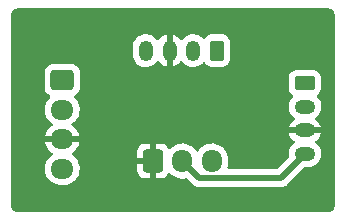
<source format=gbr>
G04 #@! TF.GenerationSoftware,KiCad,Pcbnew,7.0.1*
G04 #@! TF.CreationDate,2023-08-14T23:40:13-05:00*
G04 #@! TF.ProjectId,ButtonToActionChallenge,42757474-6f6e-4546-9f41-6374696f6e43,rev?*
G04 #@! TF.SameCoordinates,Original*
G04 #@! TF.FileFunction,Copper,L2,Bot*
G04 #@! TF.FilePolarity,Positive*
%FSLAX46Y46*%
G04 Gerber Fmt 4.6, Leading zero omitted, Abs format (unit mm)*
G04 Created by KiCad (PCBNEW 7.0.1) date 2023-08-14 23:40:13*
%MOMM*%
%LPD*%
G01*
G04 APERTURE LIST*
G04 Aperture macros list*
%AMRoundRect*
0 Rectangle with rounded corners*
0 $1 Rounding radius*
0 $2 $3 $4 $5 $6 $7 $8 $9 X,Y pos of 4 corners*
0 Add a 4 corners polygon primitive as box body*
4,1,4,$2,$3,$4,$5,$6,$7,$8,$9,$2,$3,0*
0 Add four circle primitives for the rounded corners*
1,1,$1+$1,$2,$3*
1,1,$1+$1,$4,$5*
1,1,$1+$1,$6,$7*
1,1,$1+$1,$8,$9*
0 Add four rect primitives between the rounded corners*
20,1,$1+$1,$2,$3,$4,$5,0*
20,1,$1+$1,$4,$5,$6,$7,0*
20,1,$1+$1,$6,$7,$8,$9,0*
20,1,$1+$1,$8,$9,$2,$3,0*%
G04 Aperture macros list end*
G04 #@! TA.AperFunction,ComponentPad*
%ADD10RoundRect,0.250000X0.350000X0.625000X-0.350000X0.625000X-0.350000X-0.625000X0.350000X-0.625000X0*%
G04 #@! TD*
G04 #@! TA.AperFunction,ComponentPad*
%ADD11O,1.200000X1.750000*%
G04 #@! TD*
G04 #@! TA.AperFunction,ComponentPad*
%ADD12RoundRect,0.250000X-0.600000X-0.725000X0.600000X-0.725000X0.600000X0.725000X-0.600000X0.725000X0*%
G04 #@! TD*
G04 #@! TA.AperFunction,ComponentPad*
%ADD13O,1.700000X1.950000*%
G04 #@! TD*
G04 #@! TA.AperFunction,ComponentPad*
%ADD14RoundRect,0.250000X-0.725000X0.600000X-0.725000X-0.600000X0.725000X-0.600000X0.725000X0.600000X0*%
G04 #@! TD*
G04 #@! TA.AperFunction,ComponentPad*
%ADD15O,1.950000X1.700000*%
G04 #@! TD*
G04 #@! TA.AperFunction,ComponentPad*
%ADD16RoundRect,0.250000X-0.625000X0.350000X-0.625000X-0.350000X0.625000X-0.350000X0.625000X0.350000X0*%
G04 #@! TD*
G04 #@! TA.AperFunction,ComponentPad*
%ADD17O,1.750000X1.200000*%
G04 #@! TD*
G04 #@! TA.AperFunction,ViaPad*
%ADD18C,0.800000*%
G04 #@! TD*
G04 #@! TA.AperFunction,Conductor*
%ADD19C,0.508000*%
G04 #@! TD*
G04 APERTURE END LIST*
D10*
X152812000Y-68622000D03*
D11*
X150812000Y-68622000D03*
X148812000Y-68622000D03*
X146812000Y-68622000D03*
D12*
X147400000Y-77978000D03*
D13*
X149900000Y-77978000D03*
X152400000Y-77978000D03*
D14*
X139717000Y-71120000D03*
D15*
X139717000Y-73620000D03*
X139717000Y-76120000D03*
X139717000Y-78620000D03*
D16*
X160274000Y-71374000D03*
D17*
X160274000Y-73374000D03*
X160274000Y-75374000D03*
X160274000Y-77374000D03*
D18*
X142494000Y-75438000D03*
X156800000Y-81500000D03*
X148844000Y-72898000D03*
X143400000Y-68800000D03*
X156500000Y-77000000D03*
X143400000Y-80100000D03*
X159200000Y-67600000D03*
X148800000Y-80200000D03*
D19*
X149900000Y-77978000D02*
X151329000Y-79407000D01*
X158241000Y-79407000D02*
X160274000Y-77374000D01*
X151329000Y-79407000D02*
X158241000Y-79407000D01*
G04 #@! TA.AperFunction,Conductor*
G36*
X162314058Y-65050561D02*
G01*
X162328353Y-65052442D01*
X162414697Y-65063810D01*
X162445954Y-65072184D01*
X162532170Y-65107896D01*
X162560200Y-65124080D01*
X162634229Y-65180884D01*
X162657115Y-65203770D01*
X162689799Y-65246365D01*
X162713919Y-65277799D01*
X162730103Y-65305830D01*
X162765813Y-65392040D01*
X162774190Y-65423306D01*
X162787439Y-65523941D01*
X162788500Y-65540126D01*
X162788500Y-81779874D01*
X162787439Y-81796060D01*
X162774190Y-81896694D01*
X162765812Y-81927962D01*
X162730103Y-82014169D01*
X162713919Y-82042200D01*
X162657118Y-82116226D01*
X162634226Y-82139118D01*
X162560200Y-82195919D01*
X162532169Y-82212103D01*
X162445962Y-82247812D01*
X162414694Y-82256189D01*
X162314057Y-82269439D01*
X162297874Y-82270500D01*
X135898126Y-82270500D01*
X135881941Y-82269439D01*
X135781306Y-82256190D01*
X135750040Y-82247813D01*
X135695507Y-82225224D01*
X135663830Y-82212103D01*
X135635799Y-82195919D01*
X135598930Y-82167629D01*
X135561770Y-82139115D01*
X135538884Y-82116229D01*
X135482080Y-82042200D01*
X135465896Y-82014169D01*
X135430184Y-81927954D01*
X135421810Y-81896694D01*
X135408561Y-81796058D01*
X135407500Y-81779874D01*
X135407500Y-78562137D01*
X138229816Y-78562137D01*
X138239630Y-78793175D01*
X138288351Y-79019240D01*
X138332198Y-79128357D01*
X138374574Y-79233813D01*
X138457255Y-79368095D01*
X138495822Y-79430731D01*
X138648600Y-79604322D01*
X138828524Y-79749600D01*
X139030408Y-79862380D01*
X139248452Y-79939420D01*
X139476372Y-79978500D01*
X139476375Y-79978500D01*
X139899713Y-79978500D01*
X139899716Y-79978500D01*
X139973729Y-79972200D01*
X140072418Y-79963801D01*
X140296207Y-79905530D01*
X140506929Y-79810278D01*
X140698523Y-79680783D01*
X140865476Y-79520772D01*
X141002985Y-79334847D01*
X141107095Y-79128357D01*
X141174811Y-78907243D01*
X141204184Y-78677865D01*
X141194369Y-78446822D01*
X141147209Y-78228000D01*
X146050001Y-78228000D01*
X146050001Y-78752979D01*
X146060493Y-78855695D01*
X146115642Y-79022122D01*
X146207683Y-79171345D01*
X146331654Y-79295316D01*
X146480877Y-79387357D01*
X146647303Y-79442506D01*
X146750021Y-79453000D01*
X147150000Y-79453000D01*
X147150000Y-79452999D01*
X147650000Y-79452999D01*
X148049979Y-79452999D01*
X148152695Y-79442506D01*
X148319122Y-79387357D01*
X148468345Y-79295316D01*
X148592316Y-79171345D01*
X148684338Y-79022153D01*
X148723807Y-78982317D01*
X148776789Y-78963942D01*
X148832448Y-78970786D01*
X148879399Y-79001448D01*
X148999228Y-79126476D01*
X149185153Y-79263985D01*
X149391643Y-79368095D01*
X149612757Y-79435811D01*
X149842135Y-79465184D01*
X150073178Y-79455369D01*
X150192950Y-79429555D01*
X150254122Y-79431829D01*
X150306753Y-79463090D01*
X150593262Y-79749600D01*
X150744161Y-79900499D01*
X150755943Y-79914132D01*
X150770601Y-79933822D01*
X150809226Y-79966231D01*
X150817202Y-79973540D01*
X150821235Y-79977573D01*
X150828416Y-79983251D01*
X150845972Y-79997133D01*
X150848740Y-79999387D01*
X150907147Y-80048396D01*
X150908016Y-80049125D01*
X150924962Y-80059920D01*
X150925979Y-80060394D01*
X150925980Y-80060395D01*
X150995094Y-80092623D01*
X150998306Y-80094178D01*
X151066434Y-80128394D01*
X151066436Y-80128394D01*
X151067439Y-80128898D01*
X151086422Y-80135497D01*
X151087525Y-80135724D01*
X151087526Y-80135725D01*
X151162146Y-80151132D01*
X151165659Y-80151910D01*
X151179967Y-80155301D01*
X151239877Y-80169500D01*
X151239878Y-80169500D01*
X151240971Y-80169759D01*
X151260961Y-80171801D01*
X151262087Y-80171768D01*
X151262091Y-80171769D01*
X151338289Y-80169551D01*
X151341894Y-80169500D01*
X158176418Y-80169500D01*
X158194388Y-80170809D01*
X158198082Y-80171350D01*
X158218672Y-80174366D01*
X158268895Y-80169972D01*
X158279703Y-80169500D01*
X158285412Y-80169500D01*
X158316752Y-80165836D01*
X158320280Y-80165476D01*
X158396240Y-80158831D01*
X158396243Y-80158829D01*
X158397363Y-80158732D01*
X158416984Y-80154382D01*
X158418037Y-80153998D01*
X158418042Y-80153998D01*
X158489757Y-80127895D01*
X158492991Y-80126771D01*
X158565440Y-80102765D01*
X158565447Y-80102760D01*
X158566514Y-80102407D01*
X158584598Y-80093653D01*
X158591848Y-80088884D01*
X158649274Y-80051113D01*
X158652254Y-80049215D01*
X158717149Y-80009188D01*
X158717148Y-80009188D01*
X158718106Y-80008598D01*
X158733687Y-79995905D01*
X158734458Y-79995087D01*
X158734462Y-79995085D01*
X158786820Y-79939587D01*
X158789265Y-79937070D01*
X160207518Y-78518819D01*
X160247747Y-78491939D01*
X160295200Y-78482500D01*
X160601798Y-78482500D01*
X160601803Y-78482500D01*
X160759739Y-78467419D01*
X160962862Y-78407777D01*
X161151026Y-78310771D01*
X161317432Y-78179908D01*
X161456065Y-78019918D01*
X161561913Y-77836582D01*
X161631153Y-77636527D01*
X161661281Y-77426984D01*
X161651208Y-77215526D01*
X161601298Y-77009796D01*
X161513356Y-76817229D01*
X161513355Y-76817228D01*
X161513354Y-76817225D01*
X161390560Y-76644787D01*
X161390559Y-76644785D01*
X161237346Y-76498697D01*
X161197266Y-76472939D01*
X161156919Y-76430624D01*
X161140446Y-76374524D01*
X161151512Y-76317112D01*
X161187654Y-76271153D01*
X161311540Y-76173727D01*
X161449111Y-76014963D01*
X161554146Y-75833036D01*
X161622856Y-75634511D01*
X161624368Y-75624000D01*
X158927742Y-75624000D01*
X158954770Y-75735410D01*
X159042039Y-75926505D01*
X159163892Y-76097621D01*
X159315931Y-76242591D01*
X159350236Y-76264637D01*
X159390584Y-76306952D01*
X159407057Y-76363052D01*
X159395992Y-76420464D01*
X159359849Y-76466423D01*
X159230569Y-76568090D01*
X159091932Y-76728085D01*
X158986088Y-76911414D01*
X158916846Y-77111473D01*
X158886719Y-77321014D01*
X158896792Y-77532477D01*
X158907784Y-77577787D01*
X158906663Y-77640536D01*
X158874960Y-77694700D01*
X157961481Y-78608181D01*
X157921253Y-78635061D01*
X157873800Y-78644500D01*
X153824803Y-78644500D01*
X153767806Y-78630624D01*
X153723565Y-78592102D01*
X153701981Y-78537554D01*
X153707885Y-78479192D01*
X153719419Y-78446550D01*
X153738817Y-78333418D01*
X153758500Y-78218628D01*
X153758500Y-77795284D01*
X153744988Y-77636526D01*
X153743801Y-77622582D01*
X153685530Y-77398793D01*
X153590278Y-77188071D01*
X153460783Y-76996477D01*
X153300772Y-76829524D01*
X153257575Y-76797576D01*
X153114847Y-76692015D01*
X152908357Y-76587905D01*
X152687243Y-76520189D01*
X152687242Y-76520188D01*
X152457865Y-76490816D01*
X152457862Y-76490816D01*
X152226824Y-76500630D01*
X152000759Y-76549351D01*
X151786190Y-76635572D01*
X151589268Y-76756822D01*
X151415677Y-76909600D01*
X151270397Y-77089527D01*
X151256966Y-77113569D01*
X151213726Y-77158683D01*
X151153975Y-77176980D01*
X151092888Y-77163814D01*
X151045979Y-77122529D01*
X151038506Y-77111473D01*
X150960783Y-76996477D01*
X150800772Y-76829524D01*
X150757575Y-76797576D01*
X150614847Y-76692015D01*
X150408357Y-76587905D01*
X150187243Y-76520189D01*
X150187242Y-76520188D01*
X149957865Y-76490816D01*
X149957862Y-76490816D01*
X149726824Y-76500630D01*
X149500759Y-76549351D01*
X149286190Y-76635572D01*
X149089268Y-76756822D01*
X148915673Y-76909603D01*
X148886097Y-76946234D01*
X148839517Y-76981853D01*
X148781778Y-76992087D01*
X148725793Y-76974646D01*
X148684082Y-76933431D01*
X148592316Y-76784654D01*
X148468345Y-76660683D01*
X148319122Y-76568642D01*
X148152696Y-76513493D01*
X148049979Y-76503000D01*
X147650000Y-76503000D01*
X147650000Y-79452999D01*
X147150000Y-79452999D01*
X147150000Y-78228000D01*
X146050001Y-78228000D01*
X141147209Y-78228000D01*
X141145649Y-78220762D01*
X141144791Y-78218628D01*
X141101801Y-78111642D01*
X141059426Y-78006187D01*
X140938179Y-77809270D01*
X140866653Y-77728000D01*
X146050000Y-77728000D01*
X147150000Y-77728000D01*
X147150000Y-76503001D01*
X146750021Y-76503001D01*
X146647304Y-76513493D01*
X146480877Y-76568642D01*
X146331654Y-76660683D01*
X146207683Y-76784654D01*
X146115642Y-76933877D01*
X146060493Y-77100303D01*
X146050000Y-77203021D01*
X146050000Y-77728000D01*
X140866653Y-77728000D01*
X140785398Y-77635676D01*
X140740417Y-77599357D01*
X140605473Y-77490397D01*
X140573969Y-77472798D01*
X140529123Y-77429994D01*
X140510603Y-77370830D01*
X140523039Y-77310095D01*
X140563321Y-77262970D01*
X140713078Y-77158109D01*
X140880106Y-76991081D01*
X141015600Y-76797576D01*
X141115430Y-76583492D01*
X141172636Y-76370000D01*
X138261364Y-76370000D01*
X138318569Y-76583492D01*
X138418400Y-76797578D01*
X138553890Y-76991078D01*
X138720918Y-77158106D01*
X138871911Y-77263833D01*
X138911012Y-77308606D01*
X138924783Y-77366431D01*
X138910059Y-77424022D01*
X138870224Y-77468143D01*
X138735477Y-77559216D01*
X138568523Y-77719228D01*
X138431015Y-77905152D01*
X138326905Y-78111642D01*
X138259189Y-78332756D01*
X138229816Y-78562137D01*
X135407500Y-78562137D01*
X135407500Y-73562137D01*
X138229816Y-73562137D01*
X138239630Y-73793175D01*
X138288351Y-74019240D01*
X138332198Y-74128357D01*
X138374574Y-74233813D01*
X138495821Y-74430730D01*
X138495822Y-74430731D01*
X138648600Y-74604322D01*
X138828524Y-74749600D01*
X138860029Y-74767200D01*
X138904875Y-74810005D01*
X138923396Y-74869169D01*
X138910961Y-74929904D01*
X138870679Y-74977029D01*
X138720918Y-75081893D01*
X138553893Y-75248918D01*
X138418399Y-75442423D01*
X138318569Y-75656507D01*
X138261364Y-75869999D01*
X138261364Y-75870000D01*
X141172636Y-75870000D01*
X141172635Y-75869999D01*
X141115430Y-75656507D01*
X141015599Y-75442421D01*
X140880109Y-75248921D01*
X140713081Y-75081893D01*
X140562088Y-74976166D01*
X140522987Y-74931393D01*
X140509216Y-74873567D01*
X140523940Y-74815976D01*
X140563773Y-74771858D01*
X140698523Y-74680783D01*
X140865476Y-74520772D01*
X141002985Y-74334847D01*
X141107095Y-74128357D01*
X141174811Y-73907243D01*
X141204184Y-73677865D01*
X141194369Y-73446822D01*
X141167256Y-73321016D01*
X158886719Y-73321016D01*
X158896792Y-73532474D01*
X158946702Y-73738204D01*
X158971808Y-73793178D01*
X159034645Y-73930774D01*
X159098125Y-74019918D01*
X159157441Y-74103215D01*
X159310654Y-74249303D01*
X159350733Y-74275060D01*
X159391080Y-74317375D01*
X159407553Y-74373474D01*
X159396488Y-74430886D01*
X159360345Y-74476845D01*
X159236462Y-74574269D01*
X159098888Y-74733036D01*
X158993853Y-74914963D01*
X158925143Y-75113488D01*
X158923631Y-75123999D01*
X158923632Y-75124000D01*
X161620257Y-75124000D01*
X161593229Y-75012589D01*
X161505960Y-74821494D01*
X161384107Y-74650378D01*
X161232064Y-74505405D01*
X161197763Y-74483361D01*
X161157415Y-74441046D01*
X161140942Y-74384946D01*
X161152008Y-74327534D01*
X161188149Y-74281576D01*
X161317432Y-74179908D01*
X161456065Y-74019918D01*
X161561913Y-73836582D01*
X161631153Y-73636527D01*
X161661281Y-73426984D01*
X161651208Y-73215526D01*
X161601298Y-73009796D01*
X161513356Y-72817229D01*
X161513355Y-72817228D01*
X161513354Y-72817225D01*
X161390560Y-72644787D01*
X161390559Y-72644785D01*
X161294941Y-72553613D01*
X161264131Y-72506667D01*
X161257188Y-72450942D01*
X161275538Y-72397869D01*
X161315414Y-72358334D01*
X161372652Y-72323030D01*
X161498030Y-72197652D01*
X161591115Y-72046738D01*
X161646887Y-71878426D01*
X161657500Y-71774545D01*
X161657499Y-70973456D01*
X161646887Y-70869574D01*
X161591115Y-70701262D01*
X161498030Y-70550348D01*
X161498029Y-70550347D01*
X161498028Y-70550345D01*
X161372654Y-70424971D01*
X161221736Y-70331884D01*
X161053426Y-70276112D01*
X160959173Y-70266483D01*
X160949544Y-70265500D01*
X159598455Y-70265500D01*
X159494574Y-70276112D01*
X159326263Y-70331884D01*
X159175345Y-70424971D01*
X159049971Y-70550345D01*
X158956884Y-70701263D01*
X158901112Y-70869573D01*
X158890500Y-70973455D01*
X158890500Y-71774544D01*
X158901112Y-71878425D01*
X158956884Y-72046736D01*
X159049971Y-72197654D01*
X159175346Y-72323029D01*
X159175348Y-72323030D01*
X159229788Y-72356609D01*
X159271206Y-72398660D01*
X159288490Y-72455097D01*
X159277724Y-72513132D01*
X159241347Y-72559614D01*
X159230571Y-72568089D01*
X159091932Y-72728085D01*
X158986088Y-72911414D01*
X158916846Y-73111473D01*
X158901133Y-73220762D01*
X158886719Y-73321016D01*
X141167256Y-73321016D01*
X141145649Y-73220762D01*
X141059426Y-73006187D01*
X140938179Y-72809270D01*
X140785398Y-72635676D01*
X140755777Y-72611759D01*
X140720159Y-72565179D01*
X140709925Y-72507440D01*
X140727366Y-72451455D01*
X140768579Y-72409745D01*
X140915652Y-72319030D01*
X141041030Y-72193652D01*
X141134115Y-72042738D01*
X141189887Y-71874426D01*
X141200500Y-71770545D01*
X141200499Y-70469456D01*
X141189887Y-70365574D01*
X141134115Y-70197262D01*
X141041030Y-70046348D01*
X141041029Y-70046347D01*
X141041028Y-70046345D01*
X140915654Y-69920971D01*
X140819003Y-69861356D01*
X140764738Y-69827885D01*
X140764737Y-69827884D01*
X140764736Y-69827884D01*
X140596426Y-69772112D01*
X140502173Y-69762483D01*
X140492544Y-69761500D01*
X138941455Y-69761500D01*
X138837574Y-69772112D01*
X138669263Y-69827884D01*
X138518345Y-69920971D01*
X138392971Y-70046345D01*
X138299884Y-70197263D01*
X138244112Y-70365573D01*
X138233500Y-70469455D01*
X138233500Y-71770544D01*
X138244112Y-71874425D01*
X138299884Y-72042736D01*
X138392971Y-72193654D01*
X138518346Y-72319029D01*
X138518348Y-72319030D01*
X138666508Y-72410416D01*
X138706342Y-72449883D01*
X138724717Y-72502865D01*
X138717874Y-72558523D01*
X138687211Y-72605475D01*
X138568524Y-72719227D01*
X138431015Y-72905152D01*
X138326905Y-73111642D01*
X138259189Y-73332756D01*
X138229816Y-73562137D01*
X135407500Y-73562137D01*
X135407500Y-68949798D01*
X145703500Y-68949798D01*
X145718581Y-69107742D01*
X145778222Y-69310860D01*
X145875230Y-69499029D01*
X146006090Y-69665430D01*
X146006092Y-69665432D01*
X146166082Y-69804065D01*
X146166084Y-69804066D01*
X146166085Y-69804067D01*
X146349414Y-69909911D01*
X146349415Y-69909911D01*
X146349418Y-69909913D01*
X146549473Y-69979153D01*
X146759016Y-70009281D01*
X146970474Y-69999208D01*
X147176204Y-69949298D01*
X147368771Y-69861356D01*
X147541215Y-69738559D01*
X147687303Y-69585346D01*
X147713060Y-69545266D01*
X147755374Y-69504919D01*
X147811474Y-69488446D01*
X147868886Y-69499511D01*
X147914845Y-69535654D01*
X148012269Y-69659537D01*
X148171036Y-69797111D01*
X148352963Y-69902146D01*
X148551488Y-69970856D01*
X148562000Y-69972368D01*
X148562000Y-69968257D01*
X149062000Y-69968257D01*
X149173410Y-69941229D01*
X149364505Y-69853960D01*
X149535621Y-69732107D01*
X149680589Y-69580069D01*
X149702636Y-69545764D01*
X149744952Y-69505416D01*
X149801052Y-69488943D01*
X149858464Y-69500007D01*
X149904423Y-69536150D01*
X150006090Y-69665430D01*
X150006092Y-69665432D01*
X150166082Y-69804065D01*
X150166084Y-69804066D01*
X150166085Y-69804067D01*
X150349414Y-69909911D01*
X150349415Y-69909911D01*
X150349418Y-69909913D01*
X150549473Y-69979153D01*
X150759016Y-70009281D01*
X150970474Y-69999208D01*
X151176204Y-69949298D01*
X151368771Y-69861356D01*
X151541215Y-69738559D01*
X151632386Y-69642940D01*
X151679331Y-69612131D01*
X151735056Y-69605188D01*
X151788129Y-69623537D01*
X151827666Y-69663415D01*
X151862971Y-69720654D01*
X151988345Y-69846028D01*
X151988347Y-69846029D01*
X151988348Y-69846030D01*
X152139262Y-69939115D01*
X152169990Y-69949297D01*
X152307573Y-69994887D01*
X152317202Y-69995870D01*
X152411455Y-70005500D01*
X153212544Y-70005499D01*
X153316426Y-69994887D01*
X153484738Y-69939115D01*
X153635652Y-69846030D01*
X153761030Y-69720652D01*
X153854115Y-69569738D01*
X153909887Y-69401426D01*
X153920500Y-69297545D01*
X153920499Y-67946456D01*
X153909887Y-67842574D01*
X153854115Y-67674262D01*
X153761030Y-67523348D01*
X153761029Y-67523347D01*
X153761028Y-67523345D01*
X153635654Y-67397971D01*
X153484736Y-67304884D01*
X153316426Y-67249112D01*
X153222173Y-67239483D01*
X153212544Y-67238500D01*
X152411455Y-67238500D01*
X152307574Y-67249112D01*
X152139263Y-67304884D01*
X151988345Y-67397971D01*
X151862970Y-67523346D01*
X151829389Y-67577789D01*
X151787335Y-67619208D01*
X151730895Y-67636491D01*
X151672860Y-67625722D01*
X151626381Y-67589342D01*
X151617908Y-67578568D01*
X151457918Y-67439935D01*
X151457916Y-67439934D01*
X151457914Y-67439932D01*
X151274585Y-67334088D01*
X151074526Y-67264846D01*
X150864985Y-67234719D01*
X150864984Y-67234719D01*
X150785611Y-67238500D01*
X150653525Y-67244792D01*
X150447796Y-67294702D01*
X150255225Y-67382645D01*
X150082787Y-67505439D01*
X149936697Y-67658653D01*
X149910939Y-67698734D01*
X149868623Y-67739081D01*
X149812524Y-67755553D01*
X149755112Y-67744487D01*
X149709154Y-67708345D01*
X149611730Y-67584461D01*
X149452963Y-67446888D01*
X149271036Y-67341853D01*
X149072511Y-67273143D01*
X149062000Y-67271631D01*
X149062000Y-69968257D01*
X148562000Y-69968257D01*
X148562000Y-67275742D01*
X148450589Y-67302770D01*
X148259494Y-67390039D01*
X148088378Y-67511892D01*
X147943406Y-67663933D01*
X147921361Y-67698237D01*
X147879045Y-67738585D01*
X147822946Y-67755057D01*
X147765534Y-67743991D01*
X147719576Y-67707850D01*
X147617908Y-67578568D01*
X147457918Y-67439935D01*
X147457916Y-67439934D01*
X147457914Y-67439932D01*
X147274585Y-67334088D01*
X147074526Y-67264846D01*
X146864985Y-67234719D01*
X146864984Y-67234719D01*
X146785611Y-67238500D01*
X146653525Y-67244792D01*
X146447796Y-67294702D01*
X146255225Y-67382645D01*
X146082787Y-67505439D01*
X145936696Y-67658655D01*
X145822244Y-67836743D01*
X145743563Y-68033281D01*
X145703500Y-68241150D01*
X145703500Y-68949798D01*
X135407500Y-68949798D01*
X135407500Y-65540126D01*
X135408561Y-65523942D01*
X135410204Y-65511457D01*
X135421810Y-65423300D01*
X135430184Y-65392047D01*
X135465898Y-65305825D01*
X135482078Y-65277802D01*
X135538887Y-65203766D01*
X135561766Y-65180887D01*
X135635802Y-65124078D01*
X135663825Y-65107898D01*
X135750047Y-65072184D01*
X135781300Y-65063810D01*
X135869457Y-65052204D01*
X135881942Y-65050561D01*
X135898126Y-65049500D01*
X135898285Y-65049500D01*
X162297715Y-65049500D01*
X162297874Y-65049500D01*
X162314058Y-65050561D01*
G37*
G04 #@! TD.AperFunction*
M02*

</source>
